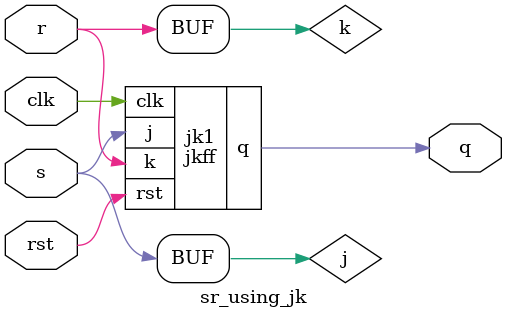
<source format=v>
module jkff(input j,k,clk,rst, output reg q);
always @(posedge clk) begin
	if(rst) begin
		q<=0;
	end
	else begin
		case({j,k})
			2'b00: q<=q;
			2'b01: q<=1'b0;
			2'b10: q<=1'b1;
			2'b11: q<=~q;
			default: q<=1'b0;
		endcase
	end
end
endmodule

module sr_using_jk(input s,r,clk,rst, output q);
wire j,k;
assign j=s;
assign k=r;
jkff jk1(.j(j),.k(k),.clk(clk),.rst(rst),.q(q));
endmodule

</source>
